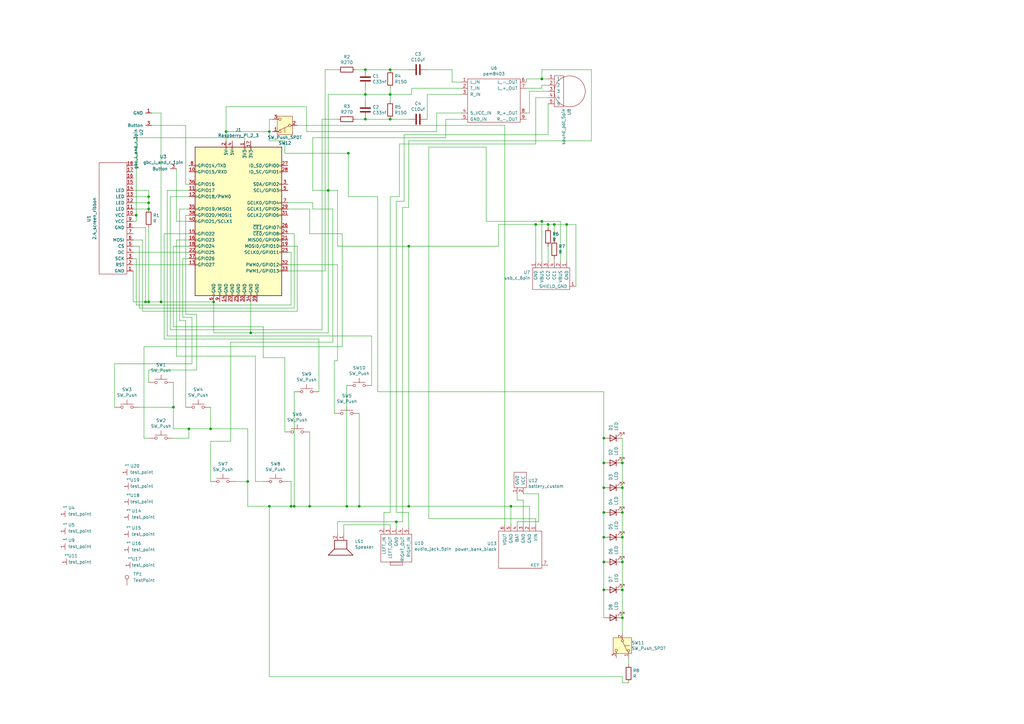
<source format=kicad_sch>
(kicad_sch (version 20231120) (generator "eeschema") (generator_version "8.0")
  (paper "A3")
  (lib_symbols
    (symbol "Connector:TestPoint" (pin_numbers hide) (pin_names (offset 0.762) hide)
      (property "Reference" "TP" (at 0 6.858 0))
      (property "Value" "TestPoint" (at 0 5.08 0))
      (symbol "TestPoint_0_1"
        (circle (center 0 3.302) (radius 0.762))
      )
      (symbol "TestPoint_1_1"
        (pin passive line (at 0 0 90) (length 2.54) (name "1") (number "1"))
      )
    )
    (symbol "Device:C" (pin_numbers hide) (pin_names (offset 0.254))
      (property "Reference" "C" (at 0.635 2.54 0))
      (property "Value" "C" (at 0.635 -2.54 0))
      (symbol "C_0_1"
        (polyline (pts (xy -2.032 -0.762) (xy 2.032 -0.762)) (stroke (width 0.508)))
        (polyline (pts (xy -2.032 0.762) (xy 2.032 0.762)) (stroke (width 0.508)))
      )
      (symbol "C_1_1"
        (pin passive line (at 0 3.81 270) (length 2.794) (name "~") (number "1"))
        (pin passive line (at 0 -3.81 90) (length 2.794) (name "~") (number "2"))
      )
    )
    (symbol "Device:LED" (pin_numbers hide) (pin_names (offset 1.016) hide)
      (property "Reference" "D" (at 0 2.54 0))
      (property "Value" "LED" (at 0 -2.54 0))
      (symbol "LED_0_1"
        (polyline (pts (xy -1.27 -1.27) (xy -1.27 1.27)) (stroke (width 0.254)))
        (polyline (pts (xy -1.27 0) (xy 1.27 0)))
        (polyline (pts (xy 1.27 -1.27) (xy 1.27 1.27) (xy -1.27 0) (xy 1.27 -1.27)) (stroke (width 0.254)))
        (polyline (pts (xy -3.048 -0.762) (xy -4.572 -2.286) (xy -3.81 -2.286) (xy -4.572 -2.286) (xy -4.572 -1.524)))
        (polyline (pts (xy -1.778 -0.762) (xy -3.302 -2.286) (xy -2.54 -2.286) (xy -3.302 -2.286) (xy -3.302 -1.524)))
      )
      (symbol "LED_1_1"
        (pin passive line (at -3.81 0 0) (length 2.54) (name "K") (number "1"))
        (pin passive line (at 3.81 0 180) (length 2.54) (name "A") (number "2"))
      )
    )
    (symbol "Device:R" (pin_numbers hide) (pin_names (offset 0))
      (property "Reference" "R" (at 2.032 0 90))
      (property "Value" "R" (at 0 0 90))
      (symbol "R_0_1"
        (rectangle (start -1.016 -2.54) (end 1.016 2.54) (stroke (width 0.254)))
      )
      (symbol "R_1_1"
        (pin passive line (at 0 3.81 270) (length 1.27) (name "~") (number "1"))
        (pin passive line (at 0 -3.81 90) (length 1.27) (name "~") (number "2"))
      )
    )
    (symbol "Device:Speaker" (pin_names (offset 0) hide)
      (property "Reference" "LS" (at 1.27 5.715 0))
      (property "Value" "Speaker" (at 1.27 3.81 0))
      (symbol "Speaker_0_0"
        (rectangle (start -2.54 1.27) (end 1.016 -3.81) (stroke (width 0.254)))
        (polyline (pts (xy 1.016 1.27) (xy 3.556 3.81) (xy 3.556 -6.35) (xy 1.016 -3.81)) (stroke (width 0.254)))
      )
      (symbol "Speaker_1_1"
        (pin input line (at -5.08 0 0) (length 2.54) (name "1") (number "1"))
        (pin input line (at -5.08 -2.54 0) (length 2.54) (name "2") (number "2"))
      )
    )
    (symbol "Switch:SW_Push" (pin_numbers hide) (pin_names (offset 1.016) hide)
      (property "Reference" "SW" (at 1.27 2.54 0))
      (property "Value" "SW_Push" (at 0 -1.524 0))
      (symbol "SW_Push_0_1"
        (circle (center -2.032 0) (radius 0.508))
        (polyline (pts (xy 0 1.27) (xy 0 3.048)))
        (polyline (pts (xy 2.54 1.27) (xy -2.54 1.27)))
        (circle (center 2.032 0) (radius 0.508))
        (pin passive line (at -5.08 0 0) (length 2.54) (name "1") (number "1"))
        (pin passive line (at 5.08 0 180) (length 2.54) (name "2") (number "2"))
      )
    )
    (symbol "Switch:SW_Push_SPDT" (pin_names (offset 0) hide)
      (property "Reference" "SW" (at 0 5.08 0))
      (property "Value" "SW_Push_SPDT" (at 0 -5.08 0))
      (symbol "SW_Push_SPDT_0_0"
        (circle (center -2.032 0) (radius 0.508))
        (polyline (pts (xy 0 1.016) (xy 0 3.048)))
        (circle (center 2.032 -2.54) (radius 0.508))
      )
      (symbol "SW_Push_SPDT_0_1"
        (polyline (pts (xy -1.524 0.2032) (xy 2.3368 1.9812)))
        (circle (center 2.032 2.54) (radius 0.508))
      )
      (symbol "SW_Push_SPDT_1_1"
        (rectangle (start -3.175 3.81) (end 3.175 -3.81) (fill (type background)))
        (pin passive line (at 5.08 2.54 180) (length 2.54) (name "A") (number "1"))
        (pin passive line (at -5.08 0 0) (length 2.54) (name "B") (number "2"))
        (pin passive line (at 5.08 -2.54 180) (length 2.54) (name "C") (number "3"))
      )
    )
    (symbol "gbc_retrozero_buttons_led-rescue:audio_jack_5pin-audio_jack_5pin-gbc_retrozero_buttons-rescue" (pin_names (offset 1.016))
      (property "Reference" "U" (at 11.43 5.08 90))
      (property "Value" "audio_jack_5pin-audio_jack_5pin-gbc_retrozero_buttons-rescue" (at 8.89 5.08 90))
      (symbol "audio_jack_5pin-audio_jack_5pin-gbc_retrozero_buttons-rescue_0_1"
        (rectangle (start -6.35 0) (end 6.35 11.43))
        (rectangle (start -2.54 11.43) (end 2.54 12.7))
      )
      (symbol "audio_jack_5pin-audio_jack_5pin-gbc_retrozero_buttons-rescue_1_1"
        (pin input line (at 0 -2.54 90) (length 2.54) (name "GND") (number "1"))
        (pin input line (at 5.08 -2.54 90) (length 2.54) (name "LEFT_IN") (number "2"))
        (pin input line (at 2.54 -2.54 90) (length 2.54) (name "LEFT_OUT") (number "3"))
        (pin input line (at -2.54 -2.54 90) (length 2.54) (name "RIGHT_OUT") (number "4"))
        (pin input line (at -5.08 -2.54 90) (length 2.54) (name "RIGHT_IN") (number "5"))
      )
    )
    (symbol "gbc_retrozero_buttons_led-rescue:battery_custom-battery_custom-gbc_retrozero_buttons-rescue" (pin_names (offset 1.016))
      (property "Reference" "U" (at 3.81 3.81 90))
      (property "Value" "battery_custom-battery_custom-gbc_retrozero_buttons-rescue" (at -5.08 3.81 90))
      (symbol "battery_custom-battery_custom-gbc_retrozero_buttons-rescue_0_1"
        (rectangle (start -2.54 0) (end 2.54 6.35))
      )
      (symbol "battery_custom-battery_custom-gbc_retrozero_buttons-rescue_1_1"
        (pin input line (at -1.27 -2.54 90) (length 2.54) (name "GND") (number "1"))
        (pin input line (at 1.27 -2.54 90) (length 2.54) (name "VCC") (number "2"))
      )
    )
    (symbol "gbc_retrozero_buttons_led-rescue:power_bank_black-power_bank_black-gbc_retrozero_buttons-rescue" (pin_names (offset 1.016))
      (property "Reference" "U" (at 0 8.89 0))
      (property "Value" "power_bank_black-power_bank_black-gbc_retrozero_buttons-rescue" (at 0 11.43 0))
      (symbol "power_bank_black-power_bank_black-gbc_retrozero_buttons-rescue_0_1"
        (rectangle (start -8.89 15.24) (end 8.89 0))
      )
      (symbol "power_bank_black-power_bank_black-gbc_retrozero_buttons-rescue_1_1"
        (pin input line (at -6.35 -2.54 90) (length 2.54) (name "VIN") (number "1"))
        (pin input line (at -3.81 -2.54 90) (length 2.54) (name "GND") (number "2"))
        (pin input line (at -1.27 -2.54 90) (length 2.54) (name "GND") (number "3"))
        (pin input line (at 1.27 -2.54 90) (length 2.54) (name "BAT") (number "4"))
        (pin input line (at 3.81 -2.54 90) (length 2.54) (name "GND") (number "5"))
        (pin input line (at 6.35 -2.54 90) (length 2.54) (name "VOUT") (number "6"))
        (pin input line (at -11.43 13.97 0) (length 2.54) (name "KEY") (number "7"))
      )
    )
    (symbol "gbc_retrozero_screen_rev_b-rescue:2.4_screen_ribbon-2.4_screen_ribbon" (pin_names (offset 1.016))
      (property "Reference" "U" (at 0 7.62 0))
      (property "Value" "2.4_screen_ribbon_2.4_screen_ribbon" (at 0 10.16 0))
      (symbol "2.4_screen_ribbon-2.4_screen_ribbon_0_1"
        (rectangle (start -22.86 0) (end 22.86 11.43))
      )
      (symbol "2.4_screen_ribbon-2.4_screen_ribbon_1_1"
        (pin input line (at -21.59 -2.54 90) (length 2.54) (name "GND") (number "1"))
        (pin input line (at 1.27 -2.54 90) (length 2.54) (name "VCC") (number "10"))
        (pin input line (at 3.81 -2.54 90) (length 2.54) (name "LED") (number "11"))
        (pin input line (at 6.35 -2.54 90) (length 2.54) (name "LED") (number "12"))
        (pin input line (at 8.89 -2.54 90) (length 2.54) (name "LED") (number "13"))
        (pin input line (at 11.43 -2.54 90) (length 2.54) (name "LED") (number "14"))
        (pin input line (at 13.97 -2.54 90) (length 2.54) (name "~") (number "15"))
        (pin input line (at 16.51 -2.54 90) (length 2.54) (name "~") (number "16"))
        (pin input line (at 19.05 -2.54 90) (length 2.54) (name "~") (number "17"))
        (pin input line (at 21.59 -2.54 90) (length 2.54) (name "~") (number "18"))
        (pin input line (at -19.05 -2.54 90) (length 2.54) (name "RST") (number "2"))
        (pin input line (at -16.51 -2.54 90) (length 2.54) (name "SCK") (number "3"))
        (pin input line (at -13.97 -2.54 90) (length 2.54) (name "DC") (number "4"))
        (pin input line (at -11.43 -2.54 90) (length 2.54) (name "CS") (number "5"))
        (pin input line (at -8.89 -2.54 90) (length 2.54) (name "MOSI") (number "6"))
        (pin input line (at -6.35 -2.54 90) (length 2.54) (name "~") (number "7"))
        (pin input line (at -3.81 -2.54 90) (length 2.54) (name "GND") (number "8"))
        (pin input line (at -1.27 -2.54 90) (length 2.54) (name "VCC") (number "9"))
      )
    )
    (symbol "gbc_retrozero_screen_rev_b-rescue:Raspberry_Pi_2_3-Connector" (pin_names (offset 1.016))
      (property "Reference" "J" (at -17.78 31.75 0))
      (property "Value" "Connector_Raspberry_Pi_2_3" (at 10.16 -31.75 0))
      (symbol "Raspberry_Pi_2_3-Connector_0_1"
        (rectangle (start -17.78 30.48) (end 17.78 -30.48) (stroke (width 0.254)) (fill (type background)))
      )
      (symbol "Raspberry_Pi_2_3-Connector_1_1"
        (rectangle (start -16.891 -17.526) (end -17.78 -18.034))
        (rectangle (start -16.891 -14.986) (end -17.78 -15.494))
        (rectangle (start -16.891 -12.446) (end -17.78 -12.954))
        (rectangle (start -16.891 -9.906) (end -17.78 -10.414))
        (rectangle (start -16.891 -7.366) (end -17.78 -7.874))
        (rectangle (start -16.891 -4.826) (end -17.78 -5.334))
        (rectangle (start -16.891 0.254) (end -17.78 -0.254))
        (rectangle (start -16.891 2.794) (end -17.78 2.286))
        (rectangle (start -16.891 5.334) (end -17.78 4.826))
        (rectangle (start -16.891 10.414) (end -17.78 9.906))
        (rectangle (start -16.891 12.954) (end -17.78 12.446))
        (rectangle (start -16.891 15.494) (end -17.78 14.986))
        (rectangle (start -16.891 20.574) (end -17.78 20.066))
        (rectangle (start -16.891 23.114) (end -17.78 22.606))
        (rectangle (start -10.414 -29.591) (end -9.906 -30.48))
        (rectangle (start -7.874 -29.591) (end -7.366 -30.48))
        (rectangle (start -5.334 -29.591) (end -4.826 -30.48))
        (rectangle (start -5.334 30.48) (end -4.826 29.591))
        (rectangle (start -2.794 -29.591) (end -2.286 -30.48))
        (rectangle (start -2.794 30.48) (end -2.286 29.591))
        (rectangle (start -0.254 -29.591) (end 0.254 -30.48))
        (rectangle (start 2.286 -29.591) (end 2.794 -30.48))
        (rectangle (start 2.286 30.48) (end 2.794 29.591))
        (rectangle (start 4.826 -29.591) (end 5.334 -30.48))
        (rectangle (start 4.826 30.48) (end 5.334 29.591))
        (rectangle (start 7.366 -29.591) (end 7.874 -30.48))
        (rectangle (start 17.78 -20.066) (end 16.891 -20.574))
        (rectangle (start 17.78 -17.526) (end 16.891 -18.034))
        (rectangle (start 17.78 -12.446) (end 16.891 -12.954))
        (rectangle (start 17.78 -9.906) (end 16.891 -10.414))
        (rectangle (start 17.78 -7.366) (end 16.891 -7.874))
        (rectangle (start 17.78 -4.826) (end 16.891 -5.334))
        (rectangle (start 17.78 -2.286) (end 16.891 -2.794))
        (rectangle (start 17.78 2.794) (end 16.891 2.286))
        (rectangle (start 17.78 5.334) (end 16.891 4.826))
        (rectangle (start 17.78 7.874) (end 16.891 7.366))
        (rectangle (start 17.78 12.954) (end 16.891 12.446))
        (rectangle (start 17.78 15.494) (end 16.891 14.986))
        (rectangle (start 17.78 20.574) (end 16.891 20.066))
        (rectangle (start 17.78 23.114) (end 16.891 22.606))
        (pin power_in line (at 2.54 33.02 270) (length 2.54) (name "3V3") (number "1"))
        (pin bidirectional line (at -20.32 20.32 0) (length 2.54) (name "GPIO15/RXD") (number "10"))
        (pin bidirectional line (at -20.32 12.7 0) (length 2.54) (name "GPIO17") (number "11"))
        (pin bidirectional line (at -20.32 10.16 0) (length 2.54) (name "GPIO18/PWM0") (number "12"))
        (pin bidirectional line (at -20.32 -17.78 0) (length 2.54) (name "GPIO27") (number "13"))
        (pin power_in line (at -5.08 -33.02 90) (length 2.54) (name "GND") (number "14"))
        (pin bidirectional line (at -20.32 -5.08 0) (length 2.54) (name "GPIO22") (number "15"))
        (pin bidirectional line (at -20.32 -7.62 0) (length 2.54) (name "GPIO23") (number "16"))
        (pin power_in line (at 5.08 33.02 270) (length 2.54) (name "3V3") (number "17"))
        (pin bidirectional line (at -20.32 -10.16 0) (length 2.54) (name "GPIO24") (number "18"))
        (pin bidirectional line (at 20.32 -10.16 180) (length 2.54) (name "MOSI0/GPIO10") (number "19"))
        (pin power_in line (at -5.08 33.02 270) (length 2.54) (name "5V") (number "2"))
        (pin power_in line (at -2.54 -33.02 90) (length 2.54) (name "GND") (number "20"))
        (pin bidirectional line (at 20.32 -7.62 180) (length 2.54) (name "MISO0/GPIO9") (number "21"))
        (pin bidirectional line (at -20.32 -12.7 0) (length 2.54) (name "GPIO25") (number "22"))
        (pin bidirectional line (at 20.32 -12.7 180) (length 2.54) (name "SCLK0/GPIO11") (number "23"))
        (pin bidirectional line (at 20.32 -5.08 180) (length 2.54) (name "~{CE0}/GPIO8") (number "24"))
        (pin power_in line (at 0 -33.02 90) (length 2.54) (name "GND") (number "25"))
        (pin bidirectional line (at 20.32 -2.54 180) (length 2.54) (name "~{CE1}/GPIO7") (number "26"))
        (pin bidirectional line (at 20.32 22.86 180) (length 2.54) (name "ID_SD/GPIO0") (number "27"))
        (pin bidirectional line (at 20.32 20.32 180) (length 2.54) (name "ID_SC/GPIO1") (number "28"))
        (pin bidirectional line (at 20.32 5.08 180) (length 2.54) (name "GCLK1/GPIO5") (number "29"))
        (pin bidirectional line (at 20.32 15.24 180) (length 2.54) (name "SDA/GPIO2") (number "3"))
        (pin power_in line (at 2.54 -33.02 90) (length 2.54) (name "GND") (number "30"))
        (pin bidirectional line (at 20.32 2.54 180) (length 2.54) (name "GCLK2/GPIO6") (number "31"))
        (pin bidirectional line (at 20.32 -17.78 180) (length 2.54) (name "PWM0/GPIO12") (number "32"))
        (pin bidirectional line (at 20.32 -20.32 180) (length 2.54) (name "PWM1/GPIO13") (number "33"))
        (pin power_in line (at 5.08 -33.02 90) (length 2.54) (name "GND") (number "34"))
        (pin bidirectional line (at -20.32 5.08 0) (length 2.54) (name "GPIO19/MISO1") (number "35"))
        (pin bidirectional line (at -20.32 15.24 0) (length 2.54) (name "GPIO16") (number "36"))
        (pin bidirectional line (at -20.32 -15.24 0) (length 2.54) (name "GPIO26") (number "37"))
        (pin bidirectional line (at -20.32 2.54 0) (length 2.54) (name "GPIO20/MOSI1") (number "38"))
        (pin power_in line (at 7.62 -33.02 90) (length 2.54) (name "GND") (number "39"))
        (pin power_in line (at -2.54 33.02 270) (length 2.54) (name "5V") (number "4"))
        (pin bidirectional line (at -20.32 0 0) (length 2.54) (name "GPIO21/SCLK1") (number "40"))
        (pin bidirectional line (at 20.32 12.7 180) (length 2.54) (name "SCL/GPIO3") (number "5"))
        (pin power_in line (at -10.16 -33.02 90) (length 2.54) (name "GND") (number "6"))
        (pin bidirectional line (at 20.32 7.62 180) (length 2.54) (name "GCLK0/GPIO4") (number "7"))
        (pin bidirectional line (at -20.32 22.86 0) (length 2.54) (name "GPIO14/TXD") (number "8"))
        (pin power_in line (at -7.62 -33.02 90) (length 2.54) (name "GND") (number "9"))
      )
    )
    (symbol "gbc_retrozero_screen_rev_b-rescue:gbc_l_and_r_1pin-gbc_l_and_r_3_pin" (pin_names (offset 1.016))
      (property "Reference" "U" (at 0 8.89 0))
      (property "Value" "gbc_l_and_r_3_pin_gbc_l_and_r_1pin" (at 0 11.43 0))
      (symbol "gbc_l_and_r_1pin-gbc_l_and_r_3_pin_1_1"
        (pin input line (at 0 -2.54 90) (length 2.54) (name "Button") (number "3"))
      )
    )
    (symbol "gbc_retrozero_screen_rev_b-rescue:gbc_l_and_r_3pin-gbc_l_and_r_3_pin" (pin_names (offset 1.016))
      (property "Reference" "U" (at 0 -13.97 0))
      (property "Value" "gbc_l_and_r_3_pin_gbc_l_and_r_3pin" (at 0 -11.43 0))
      (symbol "gbc_l_and_r_3pin-gbc_l_and_r_3_pin_1_1"
        (pin input line (at -2.54 0 270) (length 2.54) (name "GND") (number "1"))
        (pin input line (at 2.54 0 270) (length 2.54) (name "Button") (number "3"))
      )
    )
    (symbol "gbc_retrozero_screen_rev_b-rescue:pam8403-pam8403" (pin_names (offset 1.016))
      (property "Reference" "U" (at -11.43 10.16 90))
      (property "Value" "pam8403_pam8403" (at 10.16 10.16 90))
      (symbol "pam8403-pam8403_0_1"
        (rectangle (start -10.16 21.59) (end 7.62 0))
      )
      (symbol "pam8403-pam8403_1_1"
        (pin input line (at -8.89 -2.54 90) (length 2.54) (name "L_IN") (number "1"))
        (pin input line (at -6.35 -2.54 90) (length 2.54) (name "T_IN") (number "2"))
        (pin input line (at -3.81 -2.54 90) (length 2.54) (name "R_IN") (number "3"))
        (pin input line (at 3.81 -2.54 90) (length 2.54) (name "5_VCC_IN") (number "4"))
        (pin input line (at 6.35 -2.54 90) (length 2.54) (name "GND_IN") (number "5"))
        (pin input line (at -8.89 24.13 270) (length 2.54) (name "L_-_OUT") (number "6"))
        (pin input line (at -6.35 24.13 270) (length 2.54) (name "L_+_OUT") (number "7"))
        (pin input line (at 3.81 24.13 270) (length 2.54) (name "R_+_OUT") (number "8"))
        (pin input line (at 6.35 24.13 270) (length 2.54) (name "R_-_OUT") (number "9"))
      )
    )
    (symbol "gbc_retrozero_screen_rev_b-rescue:sound_pot_5pin-sound_pot_5pin" (pin_names (offset 1.016))
      (property "Reference" "U" (at 8.89 0 90))
      (property "Value" "sound_pot_5pin_sound_pot_5pin" (at -8.89 0 90))
      (symbol "sound_pot_5pin-sound_pot_5pin_0_1"
        (rectangle (start -6.35 3.81) (end 6.35 0))
        (circle (center 0 6.35) (radius 6.35))
      )
      (symbol "sound_pot_5pin-sound_pot_5pin_1_1"
        (pin input line (at -5.08 -2.54 90) (length 2.54) (name "1") (number "1"))
        (pin input line (at -2.54 -2.54 90) (length 2.54) (name "2") (number "2"))
        (pin input line (at 0 -2.54 90) (length 2.54) (name "3") (number "3"))
        (pin input line (at 2.54 -2.54 90) (length 2.54) (name "4") (number "4"))
        (pin input line (at 5.08 -2.54 90) (length 2.54) (name "5") (number "5"))
      )
    )
    (symbol "gbc_retrozero_screen_rev_b-rescue:usb_c_6pin-usb_c_6pin" (pin_names (offset 1.016))
      (property "Reference" "U" (at -8.89 -3.81 90))
      (property "Value" "usb_c_6pin_usb_c_6pin" (at 0 -11.43 0))
      (symbol "usb_c_6pin-usb_c_6pin_0_1"
        (rectangle (start -7.62 0) (end 7.62 -8.89))
      )
      (symbol "usb_c_6pin-usb_c_6pin_1_1"
        (pin input line (at -6.35 2.54 270) (length 2.54) (name "GND") (number "1"))
        (pin input line (at 6.35 2.54 270) (length 2.54) (name "GND") (number "1"))
        (pin input line (at 10.16 -7.62 180) (length 2.54) (name "SHIELD_GND") (number "1"))
        (pin input line (at -3.81 2.54 270) (length 2.54) (name "VBUS") (number "2"))
        (pin input line (at 3.81 2.54 270) (length 2.54) (name "VBUS") (number "2"))
        (pin input line (at -1.27 2.54 270) (length 2.54) (name "CC2") (number "3"))
        (pin input line (at 1.27 2.54 270) (length 2.54) (name "CC1") (number "4"))
      )
    )
    (symbol "test_point:test_point" (pin_names (offset 1.016))
      (property "Reference" "U" (at 0 5.08 0))
      (property "Value" "test_point" (at 0 3.81 0))
      (symbol "test_point_1_1"
        (pin input line (at 0 -2.54 90) (length 2.54) (name "1") (number "1"))
      )
    )
  )
  (junction (at 134.62 78.105))
  (junction (at 247.65 210.185))
  (junction (at 255.27 189.865))
  (junction (at 66.04 123.825))
  (junction (at 162.56 213.995))
  (junction (at 247.65 241.935))
  (junction (at 232.41 92.075))
  (junction (at 255.27 241.935))
  (junction (at 247.65 200.025))
  (junction (at 147.32 207.645))
  (junction (at 87.63 123.825))
  (junction (at 219.71 92.075))
  (junction (at 55.88 88.265))
  (junction (at 255.27 253.365))
  (junction (at 86.36 175.895))
  (junction (at 224.79 92.075))
  (junction (at 247.65 189.865))
  (junction (at 101.6 197.485))
  (junction (at 222.25 32.385))
  (junction (at 247.65 179.705))
  (junction (at 160.02 48.895))
  (junction (at 59.69 123.825))
  (junction (at 127 207.645))
  (junction (at 149.86 28.575))
  (junction (at 222.25 90.805))
  (junction (at 120.65 207.645))
  (junction (at 255.27 220.345))
  (junction (at 77.47 175.895))
  (junction (at 227.33 92.075))
  (junction (at 60.96 85.725))
  (junction (at 142.24 207.645))
  (junction (at 60.96 123.825))
  (junction (at 110.49 207.645))
  (junction (at 149.86 38.735))
  (junction (at 149.86 48.895))
  (junction (at 209.55 207.645))
  (junction (at 60.96 80.645))
  (junction (at 167.64 207.645))
  (junction (at 255.27 200.025))
  (junction (at 255.27 230.505))
  (junction (at 142.875 62.865))
  (junction (at 247.65 230.505))
  (junction (at 255.27 210.185))
  (junction (at 247.65 220.345))
  (junction (at 102.87 136.525))
  (junction (at 110.49 53.975))
  (junction (at 92.71 53.975))
  (junction (at 60.96 83.185))
  (junction (at 160.02 28.575))
  (junction (at 160.02 38.735))
  (junction (at 119.38 207.645))
  (junction (at 71.12 167.005))
  (junction (at 167.64 100.965))
  (wire (pts (xy 215.9 32.385) (xy 222.25 32.385)))
  (wire (pts (xy 215.9 36.195) (xy 222.25 36.195)))
  (wire (pts (xy 80.645 128.905) (xy 76.2 128.905)))
  (wire (pts (xy 204.47 92.075) (xy 204.47 100.965)))
  (wire (pts (xy 116.84 62.865) (xy 116.84 57.785)))
  (wire (pts (xy 182.88 56.515) (xy 128.27 56.515)))
  (wire (pts (xy 86.36 175.895) (xy 101.6 175.895)))
  (wire (pts (xy 167.64 100.965) (xy 167.64 207.645)))
  (wire (pts (xy 255.27 200.025) (xy 255.27 189.865)))
  (wire (pts (xy 86.36 167.005) (xy 86.36 175.895)))
  (wire (pts (xy 76.2 75.565) (xy 76.2 51.435)))
  (wire (pts (xy 119.38 125.095) (xy 119.38 103.505)))
  (wire (pts (xy 215.9 32.385) (xy 215.9 33.655)))
  (wire (pts (xy 110.49 207.645) (xy 119.38 207.645)))
  (wire (pts (xy 54.61 83.185) (xy 60.96 83.185)))
  (wire (pts (xy 134.62 78.105) (xy 138.43 78.105)))
  (wire (pts (xy 71.12 179.705) (xy 77.47 179.705)))
  (wire (pts (xy 175.895 60.325) (xy 199.39 60.325)))
  (wire (pts (xy 55.88 88.265) (xy 55.88 56.515)))
  (wire (pts (xy 165.1 85.09) (xy 167.64 85.09)))
  (wire (pts (xy 66.04 46.355) (xy 62.23 46.355)))
  (wire (pts (xy 232.41 92.075) (xy 236.22 92.075)))
  (wire (pts (xy 224.79 32.385) (xy 222.25 32.385)))
  (wire (pts (xy 72.39 69.215) (xy 72.39 90.805)))
  (wire (pts (xy 72.39 90.805) (xy 77.47 90.805)))
  (wire (pts (xy 212.09 213.995) (xy 212.09 215.265)))
  (wire (pts (xy 55.88 125.095) (xy 119.38 125.095)))
  (wire (pts (xy 162.56 213.995) (xy 162.56 216.535)))
  (wire (pts (xy 77.47 103.505) (xy 54.61 103.505)))
  (wire (pts (xy 167.64 207.645) (xy 209.55 207.645)))
  (wire (pts (xy 57.15 167.005) (xy 71.12 167.005)))
  (wire (pts (xy 146.05 48.895) (xy 149.86 48.895)))
  (wire (pts (xy 136.525 85.725) (xy 136.525 140.335)))
  (wire (pts (xy 152.4 137.795) (xy 152.4 158.115)))
  (wire (pts (xy 86.36 180.975) (xy 94.615 180.975)))
  (wire (pts (xy 128.27 78.105) (xy 134.62 78.105)))
  (wire (pts (xy 71.12 133.985) (xy 71.12 100.965)))
  (wire (pts (xy 55.88 56.515) (xy 100.33 56.515)))
  (wire (pts (xy 128.27 56.515) (xy 128.27 78.105)))
  (wire (pts (xy 160.02 38.735) (xy 160.02 36.195)))
  (wire (pts (xy 224.79 100.965) (xy 224.79 107.315)))
  (wire (pts (xy 209.55 207.645) (xy 217.17 207.645)))
  (wire (pts (xy 255.27 280.035) (xy 255.27 277.495)))
  (wire (pts (xy 217.17 46.355) (xy 215.9 46.355)))
  (wire (pts (xy 222.25 90.805) (xy 199.39 90.805)))
  (wire (pts (xy 102.87 123.825) (xy 102.87 136.525)))
  (wire (pts (xy 189.23 48.895) (xy 182.88 48.895)))
  (wire (pts (xy 69.85 135.255) (xy 69.85 80.645)))
  (wire (pts (xy 133.35 111.125) (xy 118.11 111.125)))
  (wire (pts (xy 175.895 60.325) (xy 175.895 212.725)))
  (wire (pts (xy 111.76 48.895) (xy 110.49 48.895)))
  (wire (pts (xy 78.74 149.225) (xy 46.99 149.225)))
  (wire (pts (xy 59.69 123.825) (xy 60.96 123.825)))
  (wire (pts (xy 76.2 131.445) (xy 76.2 167.005)))
  (wire (pts (xy 167.64 57.785) (xy 242.57 57.785)))
  (wire (pts (xy 127 95.885) (xy 127 85.725)))
  (wire (pts (xy 127 207.645) (xy 142.24 207.645)))
  (wire (pts (xy 222.25 36.195) (xy 222.25 34.925)))
  (wire (pts (xy 54.61 106.045) (xy 55.88 106.045)))
  (wire (pts (xy 80.645 128.905) (xy 80.645 151.765)))
  (wire (pts (xy 101.6 175.895) (xy 101.6 197.485)))
  (wire (pts (xy 189.23 46.355) (xy 179.07 46.355)))
  (wire (pts (xy 60.96 83.185) (xy 60.96 85.725)))
  (wire (pts (xy 147.32 169.545) (xy 147.32 207.645)))
  (wire (pts (xy 185.42 28.575) (xy 185.42 33.655)))
  (wire (pts (xy 255.27 241.935) (xy 255.27 230.505)))
  (wire (pts (xy 134.62 38.735) (xy 149.86 38.735)))
  (wire (pts (xy 138.43 100.965) (xy 167.64 100.965)))
  (wire (pts (xy 175.895 212.725) (xy 219.71 212.725)))
  (wire (pts (xy 58.42 127.635) (xy 121.92 127.635)))
  (wire (pts (xy 101.6 207.645) (xy 110.49 207.645)))
  (wire (pts (xy 227.33 98.425) (xy 227.33 92.075)))
  (wire (pts (xy 118.11 197.485) (xy 119.38 197.485)))
  (wire (pts (xy 224.79 42.545) (xy 224.79 55.245)))
  (wire (pts (xy 68.58 137.795) (xy 68.58 78.105)))
  (wire (pts (xy 255.27 200.025) (xy 255.27 210.185)))
  (wire (pts (xy 58.42 98.425) (xy 58.42 127.635)))
  (wire (pts (xy 257.81 269.875) (xy 257.81 272.415)))
  (wire (pts (xy 219.71 40.005) (xy 219.71 59.055)))
  (wire (pts (xy 107.95 146.685) (xy 116.84 146.685)))
  (wire (pts (xy 179.07 46.355) (xy 179.07 53.975)))
  (wire (pts (xy 92.71 53.975) (xy 92.71 57.785)))
  (wire (pts (xy 182.88 48.895) (xy 182.88 56.515)))
  (wire (pts (xy 137.16 147.955) (xy 138.43 147.955)))
  (wire (pts (xy 219.71 92.075) (xy 224.79 92.075)))
  (wire (pts (xy 160.02 48.895) (xy 167.64 48.895)))
  (wire (pts (xy 128.27 85.725) (xy 136.525 85.725)))
  (wire (pts (xy 67.31 139.065) (xy 67.31 95.885)))
  (wire (pts (xy 143.51 62.865) (xy 142.875 62.865)))
  (wire (pts (xy 229.87 90.805) (xy 222.25 90.805)))
  (wire (pts (xy 132.08 48.895) (xy 132.08 135.255)))
  (wire (pts (xy 149.86 41.275) (xy 149.86 38.735)))
  (wire (pts (xy 142.875 80.645) (xy 142.875 62.865)))
  (wire (pts (xy 222.25 107.315) (xy 222.25 90.805)))
  (wire (pts (xy 134.62 78.105) (xy 134.62 136.525)))
  (wire (pts (xy 242.57 28.575) (xy 222.25 28.575)))
  (wire (pts (xy 154.94 80.645) (xy 142.875 80.645)))
  (wire (pts (xy 110.49 53.975) (xy 92.71 53.975)))
  (wire (pts (xy 130.81 139.065) (xy 67.31 139.065)))
  (wire (pts (xy 127 85.725) (xy 118.11 85.725)))
  (wire (pts (xy 255.27 253.365) (xy 255.27 241.935)))
  (wire (pts (xy 134.62 136.525) (xy 102.87 136.525)))
  (wire (pts (xy 118.11 95.885) (xy 120.65 95.885)))
  (wire (pts (xy 220.98 202.565) (xy 220.98 213.995)))
  (wire (pts (xy 119.38 103.505) (xy 118.11 103.505)))
  (wire (pts (xy 120.65 160.655) (xy 120.65 207.645)))
  (wire (pts (xy 220.98 213.995) (xy 212.09 213.995)))
  (wire (pts (xy 179.07 53.975) (xy 125.73 53.975)))
  (wire (pts (xy 60.96 123.825) (xy 66.04 123.825)))
  (wire (pts (xy 120.65 126.365) (xy 120.65 95.885)))
  (wire (pts (xy 120.65 207.645) (xy 127 207.645)))
  (wire (pts (xy 54.61 93.345) (xy 59.69 93.345)))
  (wire (pts (xy 110.49 48.895) (xy 110.49 53.975)))
  (wire (pts (xy 110.49 57.785) (xy 110.49 53.975)))
  (wire (pts (xy 162.56 213.995) (xy 138.43 213.995)))
  (wire (pts (xy 125.73 53.975) (xy 125.73 43.815)))
  (wire (pts (xy 86.36 197.485) (xy 86.36 180.975)))
  (wire (pts (xy 54.61 123.825) (xy 59.69 123.825)))
  (wire (pts (xy 76.2 88.265) (xy 77.47 88.265)))
  (wire (pts (xy 212.09 202.565) (xy 212.09 205.105)))
  (wire (pts (xy 224.79 37.465) (xy 217.17 37.465)))
  (wire (pts (xy 140.335 95.885) (xy 140.335 142.24)))
  (wire (pts (xy 74.93 130.175) (xy 74.93 106.045)))
  (wire (pts (xy 232.41 107.315) (xy 232.41 92.075)))
  (wire (pts (xy 54.61 100.965) (xy 57.15 100.965)))
  (wire (pts (xy 165.1 85.09) (xy 165.1 213.995)))
  (wire (pts (xy 222.25 34.925) (xy 224.79 34.925)))
  (wire (pts (xy 137.16 169.545) (xy 137.16 147.955)))
  (wire (pts (xy 163.83 80.645) (xy 163.83 59.055)))
  (wire (pts (xy 138.43 213.995) (xy 138.43 219.075)))
  (wire (pts (xy 207.01 215.265) (xy 207.01 51.435)))
  (wire (pts (xy 229.87 107.315) (xy 229.87 90.805)))
  (wire (pts (xy 199.39 60.325) (xy 199.39 90.805)))
  (wire (pts (xy 125.73 43.815) (xy 92.71 43.815)))
  (wire (pts (xy 128.27 83.185) (xy 118.11 83.185)))
  (wire (pts (xy 59.055 142.24) (xy 59.055 179.705)))
  (wire (pts (xy 110.49 277.495) (xy 255.27 277.495)))
  (wire (pts (xy 107.95 133.985) (xy 107.95 146.685)))
  (wire (pts (xy 133.35 28.575) (xy 133.35 111.125)))
  (wire (pts (xy 66.04 46.355) (xy 66.04 123.825)))
  (wire (pts (xy 149.86 36.195) (xy 149.86 38.735)))
  (wire (pts (xy 160.02 215.265) (xy 160.02 216.535)))
  (wire (pts (xy 121.92 100.965) (xy 118.11 100.965)))
  (wire (pts (xy 54.61 88.265) (xy 55.88 88.265)))
  (wire (pts (xy 130.81 139.065) (xy 130.81 160.655)))
  (wire (pts (xy 165.735 55.245) (xy 224.79 55.245)))
  (wire (pts (xy 54.61 80.645) (xy 60.96 80.645)))
  (wire (pts (xy 162.56 210.185) (xy 167.64 210.185)))
  (wire (pts (xy 149.86 38.735) (xy 160.02 38.735)))
  (wire (pts (xy 138.43 78.105) (xy 138.43 100.965)))
  (wire (pts (xy 247.65 210.185) (xy 247.65 220.345)))
  (wire (pts (xy 69.85 80.645) (xy 77.47 80.645)))
  (wire (pts (xy 121.92 127.635) (xy 121.92 100.965)))
  (wire (pts (xy 255.27 230.505) (xy 255.27 220.345)))
  (wire (pts (xy 214.63 205.105) (xy 214.63 215.265)))
  (wire (pts (xy 134.62 78.105) (xy 134.62 38.735)))
  (wire (pts (xy 147.32 207.645) (xy 167.64 207.645)))
  (wire (pts (xy 101.6 197.485) (xy 101.6 207.645)))
  (wire (pts (xy 175.26 48.895) (xy 175.26 38.735)))
  (wire (pts (xy 94.615 180.975) (xy 94.615 140.335)))
  (wire (pts (xy 152.4 137.795) (xy 68.58 137.795)))
  (wire (pts (xy 219.71 107.315) (xy 219.71 92.075)))
  (wire (pts (xy 71.12 156.845) (xy 71.12 167.005)))
  (wire (pts (xy 185.42 33.655) (xy 189.23 33.655)))
  (wire (pts (xy 175.26 28.575) (xy 185.42 28.575)))
  (wire (pts (xy 67.31 95.885) (xy 77.47 95.885)))
  (wire (pts (xy 62.23 51.435) (xy 76.2 51.435)))
  (wire (pts (xy 66.04 123.825) (xy 87.63 123.825)))
  (wire (pts (xy 127 95.885) (xy 140.335 95.885)))
  (wire (pts (xy 60.96 80.645) (xy 60.96 83.185)))
  (wire (pts (xy 57.15 126.365) (xy 120.65 126.365)))
  (wire (pts (xy 165.735 55.245) (xy 165.735 82.55)))
  (wire (pts (xy 87.63 136.525) (xy 87.63 123.825)))
  (wire (pts (xy 132.08 48.895) (xy 138.43 48.895)))
  (wire (pts (xy 54.61 78.105) (xy 60.96 78.105)))
  (wire (pts (xy 160.02 80.645) (xy 163.83 80.645)))
  (wire (pts (xy 94.615 140.335) (xy 136.525 140.335)))
  (wire (pts (xy 60.96 156.845) (xy 60.96 151.765)))
  (wire (pts (xy 157.48 210.185) (xy 157.48 216.535)))
  (wire (pts (xy 167.64 85.09) (xy 167.64 57.785)))
  (wire (pts (xy 140.97 215.265) (xy 160.02 215.265)))
  (wire (pts (xy 224.79 92.075) (xy 227.33 92.075)))
  (wire (pts (xy 227.33 92.075) (xy 232.41 92.075)))
  (wire (pts (xy 257.81 280.035) (xy 255.27 280.035)))
  (wire (pts (xy 247.65 200.025) (xy 247.65 210.185)))
  (wire (pts (xy 149.86 28.575) (xy 160.02 28.575)))
  (wire (pts (xy 60.96 78.105) (xy 60.96 80.645)))
  (wire (pts (xy 102.87 136.525) (xy 87.63 136.525)))
  (wire (pts (xy 71.12 167.005) (xy 71.12 175.895)))
  (wire (pts (xy 55.88 90.805) (xy 55.88 88.265)))
  (wire (pts (xy 72.39 98.425) (xy 77.47 98.425)))
  (wire (pts (xy 60.96 151.765) (xy 80.645 151.765)))
  (wire (pts (xy 222.25 28.575) (xy 222.25 32.385)))
  (wire (pts (xy 149.86 48.895) (xy 160.02 48.895)))
  (wire (pts (xy 76.2 128.905) (xy 76.2 88.265)))
  (wire (pts (xy 59.055 179.705) (xy 60.96 179.705)))
  (wire (pts (xy 118.11 108.585) (xy 138.43 108.585)))
  (wire (pts (xy 247.65 241.935) (xy 247.65 253.365)))
  (wire (pts (xy 73.66 85.725) (xy 77.47 85.725)))
  (wire (pts (xy 209.55 207.645) (xy 209.55 215.265)))
  (wire (pts (xy 142.24 207.645) (xy 147.32 207.645)))
  (wire (pts (xy 247.65 189.865) (xy 247.65 200.025)))
  (wire (pts (xy 55.88 106.045) (xy 55.88 125.095)))
  (wire (pts (xy 175.26 38.735) (xy 189.23 38.735)))
  (wire (pts (xy 119.38 197.485) (xy 119.38 207.645)))
  (wire (pts (xy 214.63 202.565) (xy 220.98 202.565)))
  (wire (pts (xy 78.74 130.175) (xy 78.74 149.225)))
  (wire (pts (xy 107.95 133.985) (xy 71.12 133.985)))
  (wire (pts (xy 133.35 28.575) (xy 138.43 28.575)))
  (wire (pts (xy 92.71 43.815) (xy 92.71 53.975)))
  (wire (pts (xy 236.22 92.075) (xy 236.22 117.475)))
  (wire (pts (xy 247.65 179.705) (xy 247.65 189.865)))
  (wire (pts (xy 162.56 82.55) (xy 162.56 210.185)))
  (wire (pts (xy 73.66 131.445) (xy 73.66 85.725)))
  (wire (pts (xy 255.27 220.345) (xy 255.27 210.185)))
  (wire (pts (xy 247.65 160.655) (xy 247.65 179.705)))
  (wire (pts (xy 68.58 78.105) (xy 77.47 78.105)))
  (wire (pts (xy 127 177.165) (xy 127 207.645)))
  (wire (pts (xy 160.02 80.645) (xy 160.02 210.185)))
  (wire (pts (xy 160.02 38.735) (xy 168.91 38.735)))
  (wire (pts (xy 140.97 215.265) (xy 140.97 219.075)))
  (wire (pts (xy 247.65 230.505) (xy 247.65 241.935)))
  (wire (pts (xy 78.74 130.175) (xy 74.93 130.175)))
  (wire (pts (xy 116.84 146.685) (xy 116.84 177.165)))
  (wire (pts (xy 154.94 160.655) (xy 247.65 160.655)))
  (wire (pts (xy 242.57 57.785) (xy 242.57 28.575)))
  (wire (pts (xy 146.05 28.575) (xy 149.86 28.575)))
  (wire (pts (xy 163.83 59.055) (xy 219.71 59.055)))
  (wire (pts (xy 154.94 160.655) (xy 154.94 80.645)))
  (wire (pts (xy 54.61 90.805) (xy 55.88 90.805)))
  (wire (pts (xy 255.27 253.365) (xy 255.27 259.715)))
  (wire (pts (xy 227.33 107.315) (xy 227.33 106.045)))
  (wire (pts (xy 142.875 62.865) (xy 116.84 62.865)))
  (wire (pts (xy 212.09 205.105) (xy 214.63 205.105)))
  (wire (pts (xy 162.56 82.55) (xy 165.735 82.55)))
  (wire (pts (xy 224.79 40.005) (xy 219.71 40.005)))
  (wire (pts (xy 217.17 207.645) (xy 217.17 215.265)))
  (wire (pts (xy 138.43 108.585) (xy 138.43 147.955)))
  (wire (pts (xy 72.39 146.05) (xy 104.775 146.05)))
  (wire (pts (xy 57.15 100.965) (xy 57.15 126.365)))
  (wire (pts (xy 72.39 98.425) (xy 72.39 146.05)))
  (wire (pts (xy 189.23 36.195) (xy 168.91 36.195)))
  (wire (pts (xy 54.61 111.125) (xy 54.61 123.825)))
  (wire (pts (xy 168.91 36.195) (xy 168.91 38.735)))
  (wire (pts (xy 54.61 98.425) (xy 58.42 98.425)))
  (wire (pts (xy 224.79 93.345) (xy 224.79 92.075)))
  (wire (pts (xy 160.02 210.185) (xy 157.48 210.185)))
  (wire (pts (xy 77.47 175.895) (xy 86.36 175.895)))
  (wire (pts (xy 54.61 108.585) (xy 77.47 108.585)))
  (wire (pts (xy 116.84 57.785) (xy 110.49 57.785)))
  (wire (pts (xy 46.99 149.225) (xy 46.99 167.005)))
  (wire (pts (xy 104.775 146.05) (xy 104.775 197.485)))
  (wire (pts (xy 54.61 85.725) (xy 60.96 85.725)))
  (wire (pts (xy 59.69 93.345) (xy 59.69 123.825)))
  (wire (pts (xy 204.47 92.075) (xy 219.71 92.075)))
  (wire (pts (xy 76.2 131.445) (xy 73.66 131.445)))
  (wire (pts (xy 119.38 207.645) (xy 120.65 207.645)))
  (wire (pts (xy 96.52 197.485) (xy 101.6 197.485)))
  (wire (pts (xy 160.02 28.575) (xy 167.64 28.575)))
  (wire (pts (xy 71.12 175.895) (xy 77.47 175.895)))
  (wire (pts (xy 77.47 75.565) (xy 76.2 75.565)))
  (wire (pts (xy 255.27 189.865) (xy 255.27 179.705)))
  (wire (pts (xy 165.1 213.995) (xy 162.56 213.995)))
  (wire (pts (xy 100.33 56.515) (xy 100.33 57.785)))
  (wire (pts (xy 71.12 100.965) (xy 77.47 100.965)))
  (wire (pts (xy 247.65 220.345) (xy 247.65 230.505)))
  (wire (pts (xy 104.775 197.485) (xy 107.95 197.485)))
  (wire (pts (xy 167.64 100.965) (xy 204.47 100.965)))
  (wire (pts (xy 160.02 41.275) (xy 160.02 38.735)))
  (wire (pts (xy 142.24 158.115) (xy 142.24 207.645)))
  (wire (pts (xy 132.08 135.255) (xy 69.85 135.255)))
  (wire (pts (xy 167.64 210.185) (xy 167.64 216.535)))
  (wire (pts (xy 60.96 93.345) (xy 60.96 123.825)))
  (wire (pts (xy 121.92 51.435) (xy 207.01 51.435)))
  (wire (pts (xy 140.335 142.24) (xy 59.055 142.24)))
  (wire (pts (xy 217.17 37.465) (xy 217.17 46.355)))
  (wire (pts (xy 128.27 85.725) (xy 128.27 83.185)))
  (wire (pts (xy 110.49 277.495) (xy 110.49 207.645)))
  (wire (pts (xy 219.71 212.725) (xy 219.71 215.265)))
  (wire (pts (xy 74.93 106.045) (xy 77.47 106.045)))
  (wire (pts (xy 77.47 179.705) (xy 77.47 175.895)))
  (symbol (lib_id "Device:LED") (at 251.46 241.935 180) (unit 1)
    (property "Reference" "D7" (at 250.4694 238.9378 90) (effects (justify right)))
    (property "Value" "LED" (at 252.7808 238.9378 90) (effects (justify right)))
    (property "Footprint" "LED_SMD:LED_0603_1608Metric_Pad1.05x0.95mm_HandSolder" (effects (hide yes)))
  )
  (symbol (lib_id "gbc_retrozero_screen_rev_b-rescue:usb_c_6pin-usb_c_6pin") (at 226.06 109.855 0) (unit 1)
    (property "Reference" "U7" (at 217.4748 111.6838 0) (effects (justify right)))
    (property "Value" "usb_c_6pin" (at 217.4748 113.9952 0) (effects (justify right)))
    (property "Footprint" "usb_custom:USB_C_6PIN_custom" (effects (hide yes)))
  )
  (symbol (lib_id "test_point:test_point") (at 52.705 224.155 0) (unit 1)
    (property "Reference" "U16" (at 53.975 222.8849 0) (effects (justify left)))
    (property "Value" "test_point" (at 53.975 225.4249 0) (effects (justify left)))
    (property "Footprint" "m3_hole_custom:GBC_mounting_holes" (effects (hide yes)))
  )
  (symbol (lib_id "Switch:SW_Push") (at 125.73 160.655 0) (unit 1)
    (property "Reference" "SW9" (at 125.73 153.416 0))
    (property "Value" "SW_Push" (at 125.73 155.7274 0))
    (property "Footprint" "buttons_custom:button_soft_touch_drill_hole_plus_clicky" (effects (hide yes)))
  )
  (symbol (lib_id "Device:LED") (at 251.46 189.865 180) (unit 1)
    (property "Reference" "D2" (at 250.4694 186.8678 90) (effects (justify right)))
    (property "Value" "LED" (at 252.7808 186.8678 90) (effects (justify right)))
    (property "Footprint" "LED_SMD:LED_0603_1608Metric_Pad1.05x0.95mm_HandSolder" (effects (hide yes)))
  )
  (symbol (lib_id "Switch:SW_Push") (at 52.07 167.005 0) (unit 1)
    (property "Reference" "SW3" (at 52.07 159.766 0))
    (property "Value" "SW_Push" (at 52.07 162.0774 0))
    (property "Footprint" "buttons_custom:gbc_pad_buttons_small+clicky" (effects (hide yes)))
  )
  (symbol (lib_id "Device:C") (at 171.45 48.895 270) (unit 1)
    (property "Reference" "C4" (at 171.45 42.4942 90))
    (property "Value" "C10uf" (at 171.45 44.8056 90))
    (property "Footprint" "Capacitor_SMD:C_1206_3216Metric_Pad1.33x1.80mm_HandSolder" (effects (hide yes)))
  )
  (symbol (lib_id "Switch:SW_Push") (at 91.44 197.485 0) (unit 1)
    (property "Reference" "SW7" (at 91.44 190.246 0))
    (property "Value" "SW_Push" (at 91.44 192.5574 0))
    (property "Footprint" "buttons_custom:gbc_start_button_plus_clicky" (effects (hide yes)))
  )
  (symbol (lib_id "gbc_retrozero_buttons_led-rescue:power_bank_black-power_bank_black-gbc_retrozero_buttons-rescue") (at 213.36 217.805 180) (unit 1)
    (property "Reference" "U13" (at 203.7588 222.9358 0) (effects (justify left)))
    (property "Value" "power_bank_black" (at 203.7588 225.2472 0) (effects (justify left)))
    (property "Footprint" "power_bank_boards:power_bank_black_smd" (effects (hide yes)))
  )
  (symbol (lib_id "Switch:SW_Push") (at 142.24 169.545 0) (unit 1)
    (property "Reference" "SW5" (at 142.24 162.306 0))
    (property "Value" "SW_Push" (at 142.24 164.6174 0))
    (property "Footprint" "buttons_custom:gbc_pad_buttons_small+clicky" (effects (hide yes)))
  )
  (symbol (lib_id "gbc_retrozero_buttons_led-rescue:battery_custom-battery_custom-gbc_retrozero_buttons-rescue") (at 213.36 200.025 0) (unit 1)
    (property "Reference" "U12" (at 216.6112 197.104 0) (effects (justify left)))
    (property "Value" "battery_custom" (at 216.6112 199.4154 0) (effects (justify left)))
    (property "Footprint" "battery_connector_custom:vcc_gnd_2pin_custom" (effects (hide yes)))
  )
  (symbol (lib_id "Switch:SW_Push") (at 66.04 156.845 0) (unit 1)
    (property "Reference" "SW1" (at 66.04 149.606 0))
    (property "Value" "SW_Push" (at 66.04 151.9174 0))
    (property "Footprint" "buttons_custom:gbc_pad_buttons_small+clicky" (effects (hide yes)))
  )
  (symbol (lib_id "Switch:SW_Push_SPDT") (at 116.84 51.435 180) (unit 1)
    (property "Reference" "SW12" (at 116.84 58.674 0))
    (property "Value" "SW_Push_SPDT" (at 116.84 56.3626 0))
    (property "Footprint" "buttons_custom:3_pin_switch_smd_side_mount" (effects (hide yes)))
  )
  (symbol (lib_id "Device:R") (at 227.33 102.235 0) (unit 1)
    (property "Reference" "R7" (at 229.108 101.0666 0) (effects (justify left)))
    (property "Value" "R" (at 229.108 103.378 0) (effects (justify left)))
    (property "Footprint" "Resistor_SMD:R_1206_3216Metric_Pad1.30x1.75mm_HandSolder" (effects (hide yes)))
  )
  (symbol (lib_id "Device:LED") (at 251.46 210.185 180) (unit 1)
    (property "Reference" "D4" (at 250.4694 207.1878 90) (effects (justify right)))
    (property "Value" "LED" (at 252.7808 207.1878 90) (effects (justify right)))
    (property "Footprint" "LED_SMD:LED_0603_1608Metric_Pad1.05x0.95mm_HandSolder" (effects (hide yes)))
  )
  (symbol (lib_id "Device:C") (at 149.86 32.385 0) (unit 1)
    (property "Reference" "C1" (at 152.781 31.2166 0) (effects (justify left)))
    (property "Value" "C33nf" (at 152.781 33.528 0) (effects (justify left)))
    (property "Footprint" "Capacitor_SMD:C_1206_3216Metric_Pad1.33x1.80mm_HandSolder" (effects (hide yes)))
  )
  (symbol (lib_id "Device:R") (at 257.81 276.225 0) (unit 1)
    (property "Reference" "R8" (at 259.588 275.0566 0) (effects (justify left)))
    (property "Value" "R" (at 259.588 277.368 0) (effects (justify left)))
    (property "Footprint" "Resistor_SMD:R_1206_3216Metric_Pad1.30x1.75mm_HandSolder" (effects (hide yes)))
  )
  (symbol (lib_id "gbc_retrozero_screen_rev_b-rescue:pam8403-pam8403") (at 191.77 42.545 270) (unit 1)
    (property "Reference" "U6" (at 202.565 27.94 90))
    (property "Value" "pam8403" (at 202.565 30.2514 90))
    (property "Footprint" "Sound_stuff_custom:PAM8403_custom_smd" (effects (hide yes)))
  )
  (symbol (lib_id "Device:LED") (at 251.46 253.365 180) (unit 1)
    (property "Reference" "D8" (at 250.4694 250.3678 90) (effects (justify right)))
    (property "Value" "LED" (at 252.7808 250.3678 90) (effects (justify right)))
    (property "Footprint" "LED_SMD:LED_0603_1608Metric_Pad1.05x0.95mm_HandSolder" (effects (hide yes)))
  )
  (symbol (lib_id "test_point:test_point") (at 52.705 217.805 0) (unit 1)
    (property "Reference" "U15" (at 53.975 216.5349 0) (effects (justify left)))
    (property "Value" "test_point" (at 53.975 219.0749 0) (effects (justify left)))
    (property "Footprint" "m3_hole_custom:GBC_mounting_holes" (effects (hide yes)))
  )
  (symbol (lib_id "test_point:test_point") (at 53.34 230.505 0) (unit 1)
    (property "Reference" "U17" (at 53.975 229.2349 0) (effects (justify left)))
    (property "Value" "test_point" (at 53.975 231.7749 0) (effects (justify left)))
    (property "Footprint" "m3_hole_custom:GBC_mounting_holes" (effects (hide yes)))
  )
  (symbol (lib_id "Device:LED") (at 251.46 230.505 180) (unit 1)
    (property "Reference" "D6" (at 250.4694 227.5078 90) (effects (justify right)))
    (property "Value" "LED" (at 252.7808 227.5078 90) (effects (justify right)))
    (property "Footprint" "LED_SMD:LED_0603_1608Metric_Pad1.05x0.95mm_HandSolder" (effects (hide yes)))
  )
  (symbol (lib_id "Switch:SW_Push") (at 147.32 158.115 0) (unit 1)
    (property "Reference" "SW10" (at 147.32 150.876 0))
    (property "Value" "SW_Push" (at 147.32 153.1874 0))
    (property "Footprint" "buttons_custom:button_soft_touch_drill_hole_plus_clicky" (effects (hide yes)))
  )
  (symbol (lib_id "Device:LED") (at 251.46 220.345 180) (unit 1)
    (property "Reference" "D5" (at 250.4694 217.3478 90) (effects (justify right)))
    (property "Value" "LED" (at 252.7808 217.3478 90) (effects (justify right)))
    (property "Footprint" "LED_SMD:LED_0603_1608Metric_Pad1.05x0.95mm_HandSolder" (effects (hide yes)))
  )
  (symbol (lib_id "gbc_retrozero_screen_rev_b-rescue:gbc_l_and_r_1pin-gbc_l_and_r_3_pin") (at 69.85 69.215 90) (unit 1)
    (property "Reference" "U3" (at 66.9544 64.262 90))
    (property "Value" "gbc_l_and_r_1pin" (at 66.9544 66.5734 90))
    (property "Footprint" "headers_custom:GBC_L_and_R_1pin" (effects (hide yes)))
  )
  (symbol (lib_id "test_point:test_point") (at 52.705 204.47 0) (unit 1)
    (property "Reference" "U18" (at 53.34 203.1999 0) (effects (justify left)))
    (property "Value" "test_point" (at 53.34 205.7399 0) (effects (justify left)))
    (property "Footprint" "m3_hole_custom:GBC_mounting_holes" (effects (hide yes)))
  )
  (symbol (lib_id "test_point:test_point") (at 52.07 192.405 0) (unit 1)
    (property "Reference" "U20" (at 53.34 191.1349 0) (effects (justify left)))
    (property "Value" "test_point" (at 53.34 193.6749 0) (effects (justify left)))
    (property "Footprint" "m3_hole_custom:GBC_mounting_holes" (effects (hide yes)))
  )
  (symbol (lib_id "gbc_retrozero_screen_rev_b-rescue:sound_pot_5pin-sound_pot_5pin") (at 227.33 37.465 270) (unit 1)
    (property "Reference" "U8" (at 233.426 44.5262 0) (effects (justify left)))
    (property "Value" "sound_pot_5pin" (at 231.1146 44.5262 0) (effects (justify left)))
    (property "Footprint" "Sound_stuff_custom:GBC_pot_custom" (effects (hide yes)))
  )
  (symbol (lib_id "test_point:test_point") (at 26.67 216.535 0) (unit 1)
    (property "Reference" "U5" (at 27.94 215.2649 0) (effects (justify left)))
    (property "Value" "test_point" (at 27.94 217.8049 0) (effects (justify left)))
    (property "Footprint" "m3_hole_custom:GBC_mounting_holes" (effects (hide yes)))
  )
  (symbol (lib_id "Device:LED") (at 251.46 179.705 180) (unit 1)
    (property "Reference" "D1" (at 250.4694 176.7078 90) (effects (justify right)))
    (property "Value" "LED" (at 252.7808 176.7078 90) (effects (justify right)))
    (property "Footprint" "LED_SMD:LED_0603_1608Metric_Pad1.05x0.95mm_HandSolder" (effects (hide yes)))
  )
  (symbol (lib_id "Device:R") (at 142.24 28.575 270) (unit 1)
    (property "Reference" "R2" (at 142.24 23.3172 90))
    (property "Value" "R270" (at 142.24 25.6286 90))
    (property "Footprint" "Resistor_SMD:R_1206_3216Metric_Pad1.30x1.75mm_HandSolder" (effects (hide yes)))
  )
  (symbol (lib_id "test_point:test_point") (at 52.705 210.82 0) (unit 1)
    (property "Reference" "U14" (at 53.975 209.5499 0) (effects (justify left)))
    (property "Value" "test_point" (at 53.975 212.0899 0) (effects (justify left)))
    (property "Footprint" "m3_hole_custom:GBC_mounting_holes" (effects (hide yes)))
  )
  (symbol (lib_id "Device:R") (at 142.24 48.895 270) (unit 1)
    (property "Reference" "R3" (at 142.24 43.6372 90))
    (property "Value" "R270" (at 142.24 45.9486 90))
    (property "Footprint" "Resistor_SMD:R_1206_3216Metric_Pad1.30x1.75mm_HandSolder" (effects (hide yes)))
  )
  (symbol (lib_id "Device:R") (at 160.02 32.385 0) (unit 1)
    (property "Reference" "R4" (at 161.798 31.2166 0) (effects (justify left)))
    (property "Value" "R150" (at 161.798 33.528 0) (effects (justify left)))
    (property "Footprint" "Resistor_SMD:R_1206_3216Metric_Pad1.30x1.75mm_HandSolder" (effects (hide yes)))
  )
  (symbol (lib_id "Device:LED") (at 251.46 200.025 180) (unit 1)
    (property "Reference" "D3" (at 250.4694 197.0278 90) (effects (justify right)))
    (property "Value" "LED" (at 252.7808 197.0278 90) (effects (justify right)))
    (property "Footprint" "LED_SMD:LED_0603_1608Metric_Pad1.05x0.95mm_HandSolder" (effects (hide yes)))
  )
  (symbol (lib_id "Device:R") (at 224.79 97.155 0) (unit 1)
    (property "Reference" "R6" (at 226.568 95.9866 0) (effects (justify left)))
    (property "Value" "R" (at 226.568 98.298 0) (effects (justify left)))
    (property "Footprint" "Resistor_SMD:R_1206_3216Metric_Pad1.30x1.75mm_HandSolder" (effects (hide yes)))
  )
  (symbol (lib_id "Switch:SW_Push") (at 66.04 179.705 0) (unit 1)
    (property "Reference" "SW2" (at 66.04 172.466 0))
    (property "Value" "SW_Push" (at 66.04 174.7774 0))
    (property "Footprint" "buttons_custom:gbc_pad_buttons_small+clicky" (effects (hide yes)))
  )
  (symbol (lib_id "gbc_retrozero_screen_rev_b-rescue:Raspberry_Pi_2_3-Connector") (at 97.79 90.805 0) (unit 1)
    (property "Reference" "J1" (at 97.79 53.2638 0))
    (property "Value" "Raspberry_Pi_2_3" (at 97.79 55.5752 0))
    (property "Footprint" "raspberry_pi_gpio_custom:raspberry_pi_gpio_SMD_outline_under_holes" (effects (hide yes)))
    (property "Datasheet" "https://www.raspberrypi.org/documentation/hardware/raspberrypi/schematics/rpi_SCH_3bplus_1p0_reduced.pdf" (effects (hide yes)))
  )
  (symbol (lib_id "Device:R") (at 60.96 89.535 180) (unit 1)
    (property "Reference" "R1" (at 62.738 88.3666 0) (effects (justify right)))
    (property "Value" "R" (at 62.738 90.678 0) (effects (justify right)))
    (property "Footprint" "Resistor_SMD:R_1206_3216Metric_Pad1.30x1.75mm_HandSolder" (effects (hide yes)))
  )
  (symbol (lib_id "Device:R") (at 160.02 45.085 0) (unit 1)
    (property "Reference" "R5" (at 161.798 43.9166 0) (effects (justify left)))
    (property "Value" "R150" (at 161.798 46.228 0) (effects (justify left)))
    (property "Footprint" "Resistor_SMD:R_1206_3216Metric_Pad1.30x1.75mm_HandSolder" (effects (hide yes)))
  )
  (symbol (lib_id "Switch:SW_Push") (at 113.03 197.485 0) (unit 1)
    (property "Reference" "SW8" (at 113.03 190.246 0))
    (property "Value" "SW_Push" (at 113.03 192.5574 0))
    (property "Footprint" "buttons_custom:gbc_start_button_plus_clicky" (effects (hide yes)))
  )
  (symbol (lib_id "Device:C") (at 171.45 28.575 270) (unit 1)
    (property "Reference" "C3" (at 171.45 22.1742 90))
    (property "Value" "C10uf" (at 171.45 24.4856 90))
    (property "Footprint" "Capacitor_SMD:C_1206_3216Metric_Pad1.33x1.80mm_HandSolder" (effects (hide yes)))
  )
  (symbol (lib_id "test_point:test_point") (at 26.67 222.885 0) (unit 1)
    (property "Reference" "U9" (at 27.94 221.6149 0) (effects (justify left)))
    (property "Value" "test_point" (at 27.94 224.1549 0) (effects (justify left)))
    (property "Footprint" "m3_hole_custom:GBC_mounting_holes" (effects (hide yes)))
  )
  (symbol (lib_id "Switch:SW_Push") (at 121.92 177.165 0) (unit 1)
    (property "Reference" "SW6" (at 121.92 169.926 0))
    (property "Value" "SW_Push" (at 121.92 172.2374 0))
    (property "Footprint" "buttons_custom:gbc_pad_buttons_small+clicky" (effects (hide yes)))
  )
  (symbol (lib_id "test_point:test_point") (at 27.305 229.235 0) (unit 1)
    (property "Reference" "U11" (at 27.94 227.9649 0) (effects (justify left)))
    (property "Value" "test_point" (at 27.94 230.5049 0) (effects (justify left)))
    (property "Footprint" "m3_hole_custom:GBC_mounting_holes" (effects (hide yes)))
  )
  (symbol (lib_id "test_point:test_point") (at 26.67 209.55 0) (unit 1)
    (property "Reference" "U4" (at 27.94 208.2799 0) (effects (justify left)))
    (property "Value" "test_point" (at 27.94 210.8199 0) (effects (justify left)))
    (property "Footprint" "m3_hole_custom:GBC_mounting_holes" (effects (hide yes)))
  )
  (symbol (lib_id "Device:C") (at 149.86 45.085 0) (unit 1)
    (property "Reference" "C2" (at 152.781 43.9166 0) (effects (justify left)))
    (property "Value" "C33nf" (at 152.781 46.228 0) (effects (justify left)))
    (property "Footprint" "Capacitor_SMD:C_1206_3216Metric_Pad1.33x1.80mm_HandSolder" (effects (hide yes)))
  )
  (symbol (lib_id "Switch:SW_Push_SPDT") (at 255.27 264.795 270) (unit 1)
    (property "Reference" "SW11" (at 259.0292 263.6266 90) (effects (justify left)))
    (property "Value" "SW_Push_SPDT" (at 259.0292 265.938 90) (effects (justify left)))
    (property "Footprint" "buttons_custom:tiny_smd_slide_switch_adjustable" (effects (hide yes)))
  )
  (symbol (lib_id "gbc_retrozero_screen_rev_b-rescue:gbc_l_and_r_3pin-gbc_l_and_r_3_pin") (at 62.23 48.895 270) (unit 1)
    (property "Reference" "U2" (at 57.9628 52.9082 0) (effects (justify left)))
    (property "Value" "gbc_l_and_r_3pin" (at 55.6514 52.9082 0) (effects (justify left)))
    (property "Footprint" "headers_custom:GBC_L_and_R_3pin" (effects (hide yes)))
  )
  (symbol (lib_id "gbc_retrozero_screen_rev_b-rescue:2.4_screen_ribbon-2.4_screen_ribbon") (at 52.07 89.535 90) (unit 1)
    (property "Reference" "U1" (at 36.449 89.662 0))
    (property "Value" "2.4_screen_ribbon" (at 38.7604 89.662 0))
    (property "Footprint" "screens:2.8_screen_ribbon_breakout" (effects (hide yes)))
  )
  (symbol (lib_id "Device:Speaker") (at 140.97 224.155 270) (unit 1)
    (property "Reference" "LS1" (at 145.542 222.0722 90) (effects (justify left)))
    (property "Value" "Speaker" (at 145.542 224.3836 90) (effects (justify left)))
    (property "Footprint" "speakers:speaker_2pin" (effects (hide yes)))
  )
  (symbol (lib_id "Switch:SW_Push") (at 81.28 167.005 0) (unit 1)
    (property "Reference" "SW4" (at 81.28 159.766 0))
    (property "Value" "SW_Push" (at 81.28 162.0774 0))
    (property "Footprint" "buttons_custom:gbc_pad_buttons_small+clicky" (effects (hide yes)))
  )
  (symbol (lib_id "gbc_retrozero_buttons_led-rescue:audio_jack_5pin-audio_jack_5pin-gbc_retrozero_buttons-rescue") (at 162.56 219.075 180) (unit 1)
    (property "Reference" "U10" (at 169.8752 222.8088 0) (effects (justify right)))
    (property "Value" "audio_jack_5pin" (at 169.8752 225.1202 0) (effects (justify right)))
    (property "Footprint" "Sound_stuff_custom:5_pin_3.5_jack" (effects (hide yes)))
  )
  (symbol (lib_id "test_point:test_point") (at 52.705 198.12 0) (unit 1)
    (property "Reference" "U19" (at 53.34 196.8499 0) (effects (justify left)))
    (property "Value" "test_point" (at 53.34 199.3899 0) (effects (justify left)))
    (property "Footprint" "m3_hole_custom:GBC_mounting_holes" (effects (hide yes)))
  )
  (symbol (lib_id "Connector:TestPoint") (at 52.07 240.03 0) (unit 1)
    (property "Reference" "TP1" (at 54.61 235.4579 0) (effects (justify left)))
    (property "Value" "TestPoint" (at 54.61 237.9979 0) (effects (justify left)))
    (property "Footprint" "m3_hole_custom:m3_hole_custom" (effects (hide yes)))
    (property "Description" "test point" (effects (hide yes)))
  )
)
</source>
